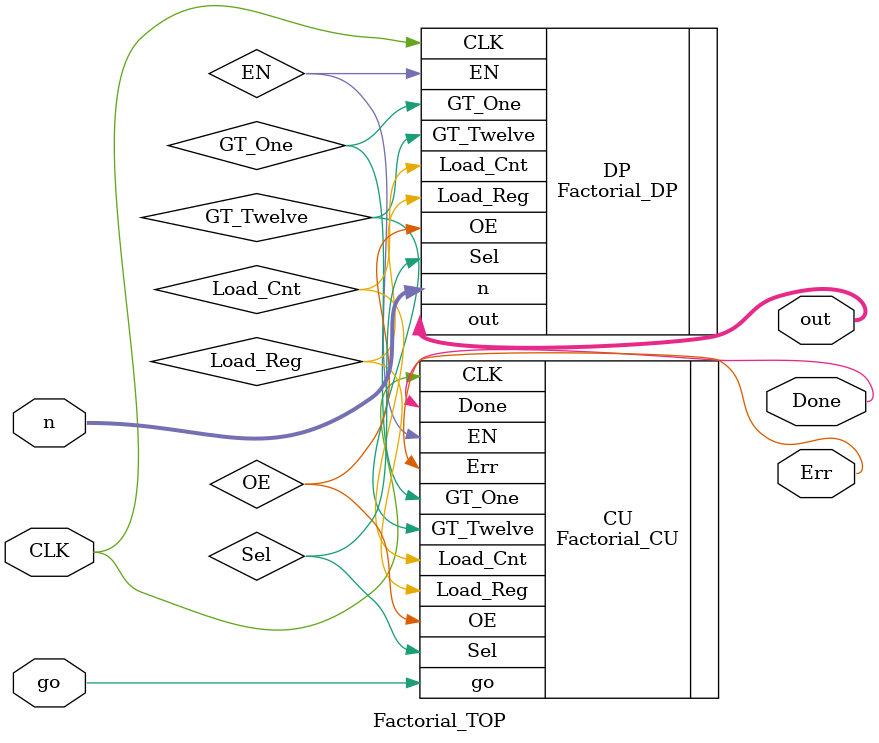
<source format=v>
`timescale 1ns / 1ps

module Factorial_TOP(
        input [31:0] n,
        input go, CLK,
        output Done, Err, 
        output [31:0] out
    );
    
    wire Sel, Load_Reg, Load_Cnt, OE, EN, GT_One, GT_Twelve;
    
    Factorial_DP DP (
        .n (n),
        .Sel (Sel),
        .Load_Reg (Load_Reg),
        .Load_Cnt (Load_Cnt),
        .OE (OE),
        .EN (EN),
        .CLK (CLK),
        .GT_One (GT_One),
        .GT_Twelve (GT_Twelve),
        .out (out)
    );
 
       Factorial_CU CU (
           .go (go), 
           .Sel (Sel),
           .Load_Reg (Load_Reg),
           .Load_Cnt (Load_Cnt),
           .OE (OE),
           .EN (EN),
           .GT_One (GT_One),
           .GT_Twelve (GT_Twelve),
           .Done (Done),
           .Err (Err),
           .CLK (CLK)
       );
   endmodule

</source>
